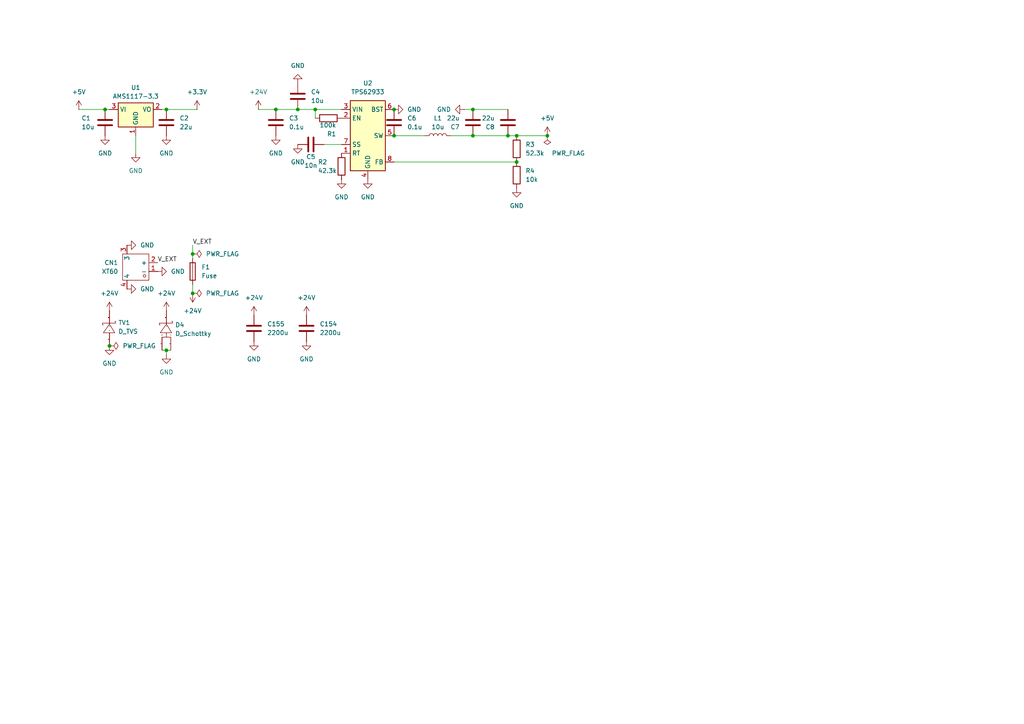
<source format=kicad_sch>
(kicad_sch (version 20250114) (generator "eeschema") (generator_version "9.0")
  (paper "A4")
  (lib_symbols
    (symbol "Device:C" (pin_numbers (hide yes)) (pin_names (offset 0.254))
      (property "Reference" "C" (at 0.635 2.54 0))
      (property "Value" "C" (at 0.635 -2.54 0))
      (symbol "C_0_1"
        (polyline (pts (xy -2.032 0.762) (xy 2.032 0.762)) (stroke (width 0.508)))
        (polyline (pts (xy -2.032 -0.762) (xy 2.032 -0.762)) (stroke (width 0.508)))
      )
      (symbol "C_1_1"
        (pin passive line (at 0 3.81 270) (length 2.794) (name "~") (number "1"))
        (pin passive line (at 0 -3.81 90) (length 2.794) (name "~") (number "2"))
      )
    )
    (symbol "Device:Fuse" (pin_numbers (hide yes)) (pin_names (offset 0))
      (property "Reference" "F" (at 2.032 0 90))
      (property "Value" "Fuse" (at -1.905 0 90))
      (symbol "Fuse_0_1"
        (rectangle (start -0.762 -2.54) (end 0.762 2.54) (stroke (width 0.254)))
        (polyline (pts (xy 0 2.54) (xy 0 -2.54)))
      )
      (symbol "Fuse_1_1"
        (pin passive line (at 0 3.81 270) (length 1.27) (name "~") (number "1"))
        (pin passive line (at 0 -3.81 90) (length 1.27) (name "~") (number "2"))
      )
    )
    (symbol "Device:L" (pin_numbers (hide yes)) (pin_names (offset 1.016) (hide yes))
      (property "Reference" "L" (at -1.27 0 90))
      (property "Value" "L" (at 1.905 0 90))
      (symbol "L_0_1"
        (arc (start 0 2.54) (mid 0.6323 1.905) (end 0 1.27))
        (arc (start 0 1.27) (mid 0.6323 0.635) (end 0 0))
        (arc (start 0 0) (mid 0.6323 -0.635) (end 0 -1.27))
        (arc (start 0 -1.27) (mid 0.6323 -1.905) (end 0 -2.54))
      )
      (symbol "L_1_1"
        (pin passive line (at 0 3.81 270) (length 1.27) (name "1") (number "1"))
        (pin passive line (at 0 -3.81 90) (length 1.27) (name "2") (number "2"))
      )
    )
    (symbol "Device:R" (pin_numbers (hide yes)) (pin_names (offset 0))
      (property "Reference" "R" (at 2.032 0 90))
      (property "Value" "R" (at 0 0 90))
      (symbol "R_0_1"
        (rectangle (start -1.016 -2.54) (end 1.016 2.54) (stroke (width 0.254)))
      )
      (symbol "R_1_1"
        (pin passive line (at 0 3.81 270) (length 1.27) (name "~") (number "1"))
        (pin passive line (at 0 -3.81 90) (length 1.27) (name "~") (number "2"))
      )
    )
    (symbol "Diode:SL1545"
      (property "Reference" "D" (at 0 0 0))
      (symbol "SL1545_1_0"
        (polyline (pts (xy -2.54 1.27) (xy -2.54 0) (xy -2.54 0) (xy -1.27 0)))
        (polyline (pts (xy -2.54 -1.27) (xy -2.54 0)))
        (polyline (pts (xy -1.27 -1.524) (xy 1.27 0) (xy 1.27 0) (xy -1.27 1.778) (xy -1.27 1.778) (xy -1.27 -1.524)))
        (polyline (pts (xy 2.032 -1.524) (xy 2.032 -1.778) (xy 2.032 -1.778) (xy 1.524 -1.778) (xy 1.524 -1.778) (xy 1.524 2.032) (xy 1.524 2.032) (xy 1.016 2.032) (xy 1.016 2.032) (xy 1.016 1.778)))
        (pin passive line (at -6.35 1.27 0) (length 3.81) (name "A") (number "1"))
        (pin passive line (at -6.35 -1.27 0) (length 3.81) (name "A") (number "3"))
        (pin passive line (at 5.08 0 180) (length 3.81) (name "K") (number "2"))
      )
    )
    (symbol "Diode:SMCJ28A"
      (property "Reference" "TV" (at 0 0 0))
      (symbol "SMCJ28A_1_0"
        (polyline (pts (xy -2.032 1.524) (xy -2.032 1.778) (xy -2.032 1.778) (xy -1.524 1.778) (xy -1.524 1.778) (xy -1.524 -2.032) (xy -1.524 -2.032) (xy -1.016 -2.032) (xy -1.016 -2.032) (xy -1.016 -1.778)))
        (polyline (pts (xy 1.27 1.524) (xy -1.27 0) (xy -1.27 0) (xy 1.27 -1.778) (xy 1.27 -1.778) (xy 1.27 1.524)))
        (pin input line (at -5.08 0 0) (length 3.81) (name "K") (number "2"))
        (pin input line (at 5.08 0 180) (length 3.81) (name "A") (number "1"))
      )
    )
    (symbol "Regulator_Linear:AMS1117-3.3"
      (property "Reference" "U" (at -3.81 3.175 0))
      (property "Value" "AMS1117-3.3" (at 0 3.175 0))
      (symbol "AMS1117-3.3_0_1"
        (rectangle (start -5.08 -5.08) (end 5.08 1.905) (stroke (width 0.254)) (fill (type background)))
      )
      (symbol "AMS1117-3.3_1_1"
        (pin power_in line (at -7.62 0 0) (length 2.54) (name "VI") (number "3"))
        (pin power_in line (at 0 -7.62 90) (length 2.54) (name "GND") (number "1"))
        (pin power_out line (at 7.62 0 180) (length 2.54) (name "VO") (number "2"))
      )
    )
    (symbol "Regulator_Switching:TPS62933"
      (property "Reference" "U" (at 0 13.97 0))
      (property "Value" "TPS62933" (at 0 11.43 0))
      (symbol "TPS62933_0_1"
        (rectangle (start -5.08 10.16) (end 5.08 -10.16) (stroke (width 0.254)) (fill (type background)))
      )
      (symbol "TPS62933_1_1"
        (pin power_in line (at -7.62 7.62 0) (length 2.54) (name "VIN") (number "3"))
        (pin input line (at -7.62 5.08 0) (length 2.54) (name "EN") (number "2"))
        (pin passive line (at -7.62 -2.54 0) (length 2.54) (name "SS") (number "7"))
        (pin passive line (at -7.62 -5.08 0) (length 2.54) (name "RT") (number "1"))
        (pin power_in line (at 0 -12.7 90) (length 2.54) (name "GND") (number "4"))
        (pin passive line (at 7.62 7.62 180) (length 2.54) (name "BST") (number "6"))
        (pin output line (at 7.62 0 180) (length 2.54) (name "SW") (number "5"))
        (pin input line (at 7.62 -7.62 180) (length 2.54) (name "FB") (number "8"))
      )
    )
    (symbol "XT60_Header:XT60PW-M"
      (property "Reference" "CN" (at 0 0 0))
      (symbol "XT60PW-M_1_0"
        (rectangle (start -2.54 -1.27) (end 5.08 6.35))
        (circle (center -1.27 5.08) (radius 0.381))
        (pin power_in line (at -5.08 3.81 0) (length 2.54) (name "-") (number "1"))
        (pin power_in line (at -5.08 1.27 0) (length 2.54) (name "+") (number "2"))
        (pin passive line (at 3.81 8.89 270) (length 2.54) (name "4") (number "4"))
        (pin passive line (at 3.81 -3.81 90) (length 2.54) (name "3") (number "3"))
      )
    )
    (symbol "power:+24V" (power) (pin_numbers (hide yes)) (pin_names (offset 0) (hide yes))
      (property "Value" "+24V" (at 0 3.556 0))
      (symbol "+24V_0_1"
        (polyline (pts (xy -0.762 1.27) (xy 0 2.54)))
        (polyline (pts (xy 0 2.54) (xy 0.762 1.27)))
        (polyline (pts (xy 0 0) (xy 0 2.54)))
      )
      (symbol "+24V_1_1"
        (pin power_in line (at 0 0 90) (length 0) (name "~") (number "1"))
      )
    )
    (symbol "power:+3.3V" (power) (pin_numbers (hide yes)) (pin_names (offset 0) (hide yes))
      (property "Value" "+3.3V" (at 0 3.556 0))
      (symbol "+3.3V_0_1"
        (polyline (pts (xy -0.762 1.27) (xy 0 2.54)))
        (polyline (pts (xy 0 2.54) (xy 0.762 1.27)))
        (polyline (pts (xy 0 0) (xy 0 2.54)))
      )
      (symbol "+3.3V_1_1"
        (pin power_in line (at 0 0 90) (length 0) (name "~") (number "1"))
      )
    )
    (symbol "power:+5V" (power) (pin_numbers (hide yes)) (pin_names (offset 0) (hide yes))
      (property "Value" "+5V" (at 0 3.556 0))
      (symbol "+5V_0_1"
        (polyline (pts (xy -0.762 1.27) (xy 0 2.54)))
        (polyline (pts (xy 0 2.54) (xy 0.762 1.27)))
        (polyline (pts (xy 0 0) (xy 0 2.54)))
      )
      (symbol "+5V_1_1"
        (pin power_in line (at 0 0 90) (length 0) (name "~") (number "1"))
      )
    )
    (symbol "power:GND" (power) (pin_numbers (hide yes)) (pin_names (offset 0) (hide yes))
      (property "Value" "GND" (at 0 -3.81 0))
      (symbol "GND_0_1"
        (polyline (pts (xy 0 0) (xy 0 -1.27) (xy 1.27 -1.27) (xy 0 -2.54) (xy -1.27 -1.27) (xy 0 -1.27)))
      )
      (symbol "GND_1_1"
        (pin power_in line (at 0 0 270) (length 0) (name "~") (number "1"))
      )
    )
    (symbol "power:PWR_FLAG" (power) (pin_numbers (hide yes)) (pin_names (offset 0) (hide yes))
      (property "Value" "PWR_FLAG" (at 0 3.81 0))
      (symbol "PWR_FLAG_0_0"
        (pin power_out line (at 0 0 90) (length 0) (name "~") (number "1"))
      )
      (symbol "PWR_FLAG_0_1"
        (polyline (pts (xy 0 0) (xy 0 1.27) (xy -1.016 1.905) (xy 0 2.54) (xy 1.016 1.905) (xy 0 1.27)))
      )
    )
  )
  (junction (at 30.48 31.75))
  (junction (at 48.26 31.75))
  (junction (at 149.86 39.37))
  (junction (at 55.88 85.09))
  (junction (at 147.32 39.37))
  (junction (at 80.01 31.75))
  (junction (at 55.88 73.66))
  (junction (at 91.44 31.75))
  (junction (at 158.75 39.37))
  (junction (at 114.3 39.37))
  (junction (at 31.75 100.33))
  (junction (at 149.86 46.99))
  (junction (at 137.16 31.75))
  (junction (at 137.16 39.37))
  (junction (at 48.26 101.6))
  (junction (at 86.36 31.75))
  (junction (at 114.3 31.75))
  (wire (pts (xy 46.99 101.6) (xy 48.26 101.6)))
  (wire (pts (xy 93.98 41.91) (xy 99.06 41.91)))
  (wire (pts (xy 130.81 39.37) (xy 137.16 39.37)))
  (wire (pts (xy 48.26 101.6) (xy 49.53 101.6)))
  (wire (pts (xy 137.16 31.75) (xy 147.32 31.75)))
  (wire (pts (xy 114.3 39.37) (xy 123.19 39.37)))
  (wire (pts (xy 30.48 31.75) (xy 31.75 31.75)))
  (wire (pts (xy 39.37 39.37) (xy 39.37 44.45)))
  (wire (pts (xy 134.62 31.75) (xy 137.16 31.75)))
  (wire (pts (xy 74.93 31.75) (xy 80.01 31.75)))
  (wire (pts (xy 147.32 39.37) (xy 149.86 39.37)))
  (wire (pts (xy 86.36 31.75) (xy 91.44 31.75)))
  (wire (pts (xy 91.44 31.75) (xy 91.44 34.29)))
  (wire (pts (xy 22.86 31.75) (xy 30.48 31.75)))
  (wire (pts (xy 48.26 31.75) (xy 57.15 31.75)))
  (wire (pts (xy 55.88 73.66) (xy 55.88 74.93)))
  (wire (pts (xy 80.01 31.75) (xy 86.36 31.75)))
  (wire (pts (xy 137.16 39.37) (xy 147.32 39.37)))
  (wire (pts (xy 114.3 46.99) (xy 149.86 46.99)))
  (wire (pts (xy 149.86 39.37) (xy 158.75 39.37)))
  (wire (pts (xy 55.88 71.12) (xy 55.88 73.66)))
  (wire (pts (xy 46.99 31.75) (xy 48.26 31.75)))
  (wire (pts (xy 55.88 82.55) (xy 55.88 85.09)))
  (wire (pts (xy 91.44 31.75) (xy 99.06 31.75)))
  (wire (pts (xy 48.26 101.6) (xy 48.26 102.87)))
  (label "V_EXT" (at 45.72 76.2 0))
  (label "V_EXT" (at 55.88 71.12 0))
  (symbol (lib_id "Device:C") (at 80.01 35.56 0) (unit 1)
    (property "Reference" "C3" (at 83.82 34.2899 0) (effects (justify left)))
    (property "Value" "0.1u" (at 83.82 36.8299 0) (effects (justify left)))
    (property "Footprint" "Capacitor_SMD:C_0603_1608Metric" (effects (hide yes)))
    (property "Description" "Unpolarized capacitor" (effects (hide yes)))
    (property "LCSC Part #" "C14633" (effects (hide yes)))
    (property "Voltage Rating" "50V" (effects (hide yes)))
  )
  (symbol (lib_id "Device:R") (at 99.06 48.26 0) (unit 1)
    (property "Reference" "R2" (at 92.202 46.99 0) (effects (justify left)))
    (property "Value" "42.3k" (at 92.202 49.53 0) (effects (justify left)))
    (property "Footprint" "Resistor_SMD:R_0603_1608Metric" (effects (hide yes)))
    (property "Description" "Resistor" (effects (hide yes)))
  )
  (symbol (lib_id "power:+24V") (at 48.26 90.17 0) (unit 1)
    (property "Reference" "#PWR07" (effects (hide yes)))
    (property "Value" "+24V" (at 48.26 85.09 0))
    (property "Description" "Power symbol creates a global label with name \"+24V\"" (effects (hide yes)))
  )
  (symbol (lib_id "power:GND") (at 86.36 41.91 0) (unit 1)
    (property "Reference" "#PWR015" (effects (hide yes)))
    (property "Value" "GND" (at 86.36 46.99 0))
    (property "Description" "Power symbol creates a global label with name \"GND\" , ground" (effects (hide yes)))
  )
  (symbol (lib_id "Device:C") (at 90.17 41.91 90) (unit 1)
    (property "Reference" "C5" (at 90.17 45.466 90))
    (property "Value" "10n" (at 90.17 48.006 90))
    (property "Footprint" "Capacitor_SMD:C_0603_1608Metric" (effects (hide yes)))
    (property "Description" "Unpolarized capacitor" (effects (hide yes)))
    (property "LCSC Part #" "C1589" (effects (hide yes)))
    (property "Voltage Rating" "50V" (effects (hide yes)))
  )
  (symbol (lib_id "Regulator_Linear:AMS1117-3.3") (at 39.37 31.75 0) (unit 1)
    (property "Reference" "U1" (at 39.37 25.4 0))
    (property "Value" "AMS1117-3.3" (at 39.37 27.94 0))
    (property "Footprint" "Package_TO_SOT_SMD:SOT-223-3_TabPin2" (effects (hide yes)))
    (property "Datasheet" "http://www.advanced-monolithic.com/pdf/ds1117.pdf" (effects (hide yes)))
    (property "Description" "1A Low Dropout regulator, positive, 3.3V fixed output, SOT-223" (effects (hide yes)))
    (property "LCSC Part #" "C6186" (effects (hide yes)))
  )
  (symbol (lib_id "power:GND") (at 48.26 39.37 0) (unit 1)
    (property "Reference" "#PWR010" (effects (hide yes)))
    (property "Value" "GND" (at 48.26 44.45 0))
    (property "Description" "Power symbol creates a global label with name \"GND\" , ground" (effects (hide yes)))
  )
  (symbol (lib_id "Device:R") (at 149.86 50.8 0) (unit 1)
    (property "Reference" "R4" (at 152.4 49.5299 0) (effects (justify left)))
    (property "Value" "10k" (at 152.4 52.0699 0) (effects (justify left)))
    (property "Footprint" "Resistor_SMD:R_0603_1608Metric" (effects (hide yes)))
    (property "Description" "Resistor" (effects (hide yes)))
  )
  (symbol (lib_id "power:GND") (at 39.37 44.45 0) (unit 1)
    (property "Reference" "#PWR06" (effects (hide yes)))
    (property "Value" "GND" (at 39.37 49.53 0))
    (property "Description" "Power symbol creates a global label with name \"GND\" , ground" (effects (hide yes)))
  )
  (symbol (lib_id "power:+3.3V") (at 57.15 31.75 0) (unit 1)
    (property "Reference" "#PWR011" (effects (hide yes)))
    (property "Value" "+3.3V" (at 57.15 26.67 0))
    (property "Description" "Power symbol creates a global label with name \"+3.3V\"" (effects (hide yes)))
  )
  (symbol (lib_id "power:GND") (at 36.83 83.82 90) (unit 1)
    (property "Reference" "#PWR0471" (effects (hide yes)))
    (property "Value" "GND" (at 40.64 83.8199 90) (effects (justify right)))
    (property "Description" "Power symbol creates a global label with name \"GND\" , ground" (effects (hide yes)))
  )
  (symbol (lib_id "power:PWR_FLAG") (at 158.75 39.37 180) (unit 1)
    (property "Reference" "#FLG02" (effects (hide yes)))
    (property "Value" "PWR_FLAG" (at 164.846 44.45 0))
    (property "Description" "Special symbol for telling ERC where power comes from" (effects (hide yes)))
  )
  (symbol (lib_id "Device:C") (at 137.16 35.56 180) (unit 1)
    (property "Reference" "C7" (at 133.35 36.8301 0) (effects (justify left)))
    (property "Value" "22u" (at 133.35 34.2901 0) (effects (justify left)))
    (property "Footprint" "Capacitor_SMD:C_1206_3216Metric" (effects (hide yes)))
    (property "Description" "Unpolarized capacitor" (effects (hide yes)))
    (property "LCSC Part #" "C12891" (effects (hide yes)))
    (property "Voltage Rating" "25V" (effects (hide yes)))
  )
  (symbol (lib_id "power:+5V") (at 158.75 39.37 0) (unit 1)
    (property "Reference" "#PWR021" (effects (hide yes)))
    (property "Value" "+5V" (at 158.75 34.29 0))
    (property "Description" "Power symbol creates a global label with name \"+5V\"" (effects (hide yes)))
  )
  (symbol (lib_id "Regulator_Switching:TPS62933") (at 106.68 39.37 0) (unit 1)
    (property "Reference" "U2" (at 106.68 24.13 0))
    (property "Value" "TPS62933" (at 106.68 26.67 0))
    (property "Footprint" "Package_TO_SOT_SMD:SOT-583-8" (effects (hide yes)))
    (property "Datasheet" "https://www.ti.com/lit/ds/symlink/tps62933.pdf" (effects (hide yes)))
    (property "Description" "3.8-30V, 3A Synchronous Buck Converters with pulse frequency modulation (PFM), SOT583-8" (effects (hide yes)))
    (property "LCSC Part #" "C5219272" (effects (hide yes)))
  )
  (symbol (lib_id "power:GND") (at 86.36 24.13 180) (unit 1)
    (property "Reference" "#PWR014" (effects (hide yes)))
    (property "Value" "GND" (at 86.36 19.05 0))
    (property "Description" "Power symbol creates a global label with name \"GND\" , ground" (effects (hide yes)))
  )
  (symbol (lib_id "Device:C") (at 147.32 35.56 180) (unit 1)
    (property "Reference" "C8" (at 143.51 36.8301 0) (effects (justify left)))
    (property "Value" "22u" (at 143.51 34.2901 0) (effects (justify left)))
    (property "Footprint" "Capacitor_SMD:C_1206_3216Metric" (effects (hide yes)))
    (property "Description" "Unpolarized capacitor" (effects (hide yes)))
    (property "LCSC Part #" "C12891" (effects (hide yes)))
    (property "Voltage Rating" "25V" (effects (hide yes)))
  )
  (symbol (lib_id "power:GND") (at 88.9 99.06 0) (unit 1)
    (property "Reference" "#PWR0231" (effects (hide yes)))
    (property "Value" "GND" (at 88.9 104.14 0))
    (property "Description" "Power symbol creates a global label with name \"GND\" , ground" (effects (hide yes)))
  )
  (symbol (lib_id "Device:C") (at 30.48 35.56 180) (unit 1)
    (property "Reference" "C1" (at 23.622 34.29 0) (effects (justify right)))
    (property "Value" "10u" (at 23.622 36.83 0) (effects (justify right)))
    (property "Footprint" "Capacitor_Tantalum_SMD:CP_EIA-3216-18_Kemet-A" (effects (hide yes)))
    (property "Description" "Unpolarized capacitor" (effects (hide yes)))
    (property "LCSC Part #" "C7171" (effects (hide yes)))
    (property "Voltage Rating" "16V" (effects (hide yes)))
  )
  (symbol (lib_id "power:PWR_FLAG") (at 31.75 100.33 270) (unit 1)
    (property "Reference" "#FLG019" (effects (hide yes)))
    (property "Value" "PWR_FLAG" (at 35.56 100.3299 90) (effects (justify left)))
    (property "Description" "Special symbol for telling ERC where power comes from" (effects (hide yes)))
  )
  (symbol (lib_id "power:GND") (at 36.83 71.12 90) (unit 1)
    (property "Reference" "#PWR0470" (effects (hide yes)))
    (property "Value" "GND" (at 40.64 71.1199 90) (effects (justify right)))
    (property "Description" "Power symbol creates a global label with name \"GND\" , ground" (effects (hide yes)))
  )
  (symbol (lib_id "power:GND") (at 134.62 31.75 270) (unit 1)
    (property "Reference" "#PWR019" (effects (hide yes)))
    (property "Value" "GND" (at 130.81 31.7499 90) (effects (justify right)))
    (property "Description" "Power symbol creates a global label with name \"GND\" , ground" (effects (hide yes)))
  )
  (symbol (lib_id "XT60_Header:XT60PW-M") (at 40.64 74.93 180) (unit 1)
    (property "Reference" "CN1" (at 34.29 76.1999 0) (effects (justify left)))
    (property "Value" "XT60" (at 34.29 78.7399 0) (effects (justify left)))
    (property "Footprint" "XT60-PW-M:CONN-TH_XT60PW-M" (effects (hide yes)))
    (property "Datasheet" "https://item.szlcsc.com/datasheet/XT60PW-M/99942.html" (effects (hide yes)))
    (property "Description" "Power:- Output:- Input:- Size:- Interface:- Type:- Colour:Yellow MaximumCurrent:- Type:Horizontal plug RatedVoltage:- Type1:- NumberOfUSBHoles:- InterfaceType:Male MetalMaterial:- InsulationMaterial:- RatedCurrent:- RecommendedWireGauge:- FlameRetardantGr" (effects (hide yes)))
    (property "Manufacturer Part" "XT60PW-M" (effects (hide yes)))
    (property "Manufacturer" "AMASS(艾迈斯)" (effects (hide yes)))
    (property "Supplier Part" "C98732" (effects (hide yes)))
    (property "Supplier" "LCSC" (effects (hide yes)))
    (property "LCSC Part Name" "AMASS(艾迈斯)航模插头xt60连接器150公母对接pw锂电池公头 板插卧式XT60PW-M" (effects (hide yes)))
  )
  (symbol (lib_id "Device:R") (at 149.86 43.18 0) (unit 1)
    (property "Reference" "R3" (at 152.4 41.9099 0) (effects (justify left)))
    (property "Value" "52.3k" (at 152.4 44.4499 0) (effects (justify left)))
    (property "Footprint" "Resistor_SMD:R_0603_1608Metric" (effects (hide yes)))
    (property "Description" "Resistor" (effects (hide yes)))
  )
  (symbol (lib_id "Device:C") (at 88.9 95.25 0) (unit 1)
    (property "Reference" "C154" (at 92.71 93.9799 0) (effects (justify left)))
    (property "Value" "2200u" (at 92.71 96.5199 0) (effects (justify left)))
    (property "Footprint" "Capacitor_SMD:CAP-SMD_BD18.0-L19.0-W19.0-FD_EEEFK1E472SV" (effects (hide yes)))
    (property "Description" "Unpolarized capacitor" (effects (hide yes)))
    (property "LCSC Part #" "C401728" (effects (hide yes)))
  )
  (symbol (lib_id "power:+24V") (at 73.66 91.44 0) (unit 1)
    (property "Reference" "#PWR0233" (effects (hide yes)))
    (property "Value" "+24V" (at 73.66 86.36 0))
    (property "Description" "Power symbol creates a global label with name \"+24V\"" (effects (hide yes)))
  )
  (symbol (lib_id "power:GND") (at 73.66 99.06 0) (unit 1)
    (property "Reference" "#PWR0232" (effects (hide yes)))
    (property "Value" "GND" (at 73.66 104.14 0))
    (property "Description" "Power symbol creates a global label with name \"GND\" , ground" (effects (hide yes)))
  )
  (symbol (lib_id "power:+24V") (at 74.93 31.75 0) (unit 1)
    (property "Reference" "#PWR012" (effects (hide yes)))
    (property "Value" "+24V" (at 74.93 26.67 0))
    (property "Description" "Power symbol creates a global label with name \"+24V\"" (effects (hide yes)))
  )
  (symbol (lib_id "power:GND") (at 45.72 78.74 90) (unit 1)
    (property "Reference" "#PWR05" (effects (hide yes)))
    (property "Value" "GND" (at 49.53 78.7399 90) (effects (justify right)))
    (property "Description" "Power symbol creates a global label with name \"GND\" , ground" (effects (hide yes)))
  )
  (symbol (lib_id "Diode:SL1545") (at 48.26 95.25 90) (unit 1)
    (property "Reference" "D4" (at 50.8 94.2339 90) (effects (justify right)))
    (property "Value" "D_Schottky" (at 50.8 96.7739 90) (effects (justify right)))
    (property "Footprint" "Diode_SMD:TO-277_3P-L5.4-W4.0-LS6.5-BR" (effects (hide yes)))
    (property "Datasheet" "https://item.szlcsc.com/datasheet/SL1545/66092.html" (effects (hide yes)))
    (property "Description" "Voltage - Forward(Vf@If):480mV@15A Voltage - DC Reverse(Vr):45V Current - Rectified:15A Reverse Leakage Current (Ir):100uA@45V Operating Junction Temperature Range:-55°C~+150°C Operating Junction Temperature Range:-55°C~+150°C Non-Repetitive Peak Forward Surg" (effects (hide yes)))
    (property "Manufacturer Part" "SL1545" (effects (hide yes)))
    (property "Manufacturer" "MDD(辰达半导体)" (effects (hide yes)))
    (property "Supplier Part" "C65022" (effects (hide yes)))
    (property "Supplier" "LCSC" (effects (hide yes)))
    (property "LCSC Part Name" "电压:45V 电流:15A" (effects (hide yes)))
  )
  (symbol (lib_id "power:PWR_FLAG") (at 55.88 85.09 270) (unit 1)
    (property "Reference" "#FLG01" (effects (hide yes)))
    (property "Value" "PWR_FLAG" (at 59.69 85.0899 90) (effects (justify left)))
    (property "Description" "Special symbol for telling ERC where power comes from" (effects (hide yes)))
  )
  (symbol (lib_id "power:+24V") (at 31.75 90.17 0) (unit 1)
    (property "Reference" "#PWR02" (effects (hide yes)))
    (property "Value" "+24V" (at 31.75 85.09 0))
    (property "Description" "Power symbol creates a global label with name \"+24V\"" (effects (hide yes)))
  )
  (symbol (lib_id "power:GND") (at 99.06 52.07 0) (unit 1)
    (property "Reference" "#PWR016" (effects (hide yes)))
    (property "Value" "GND" (at 99.06 57.15 0))
    (property "Description" "Power symbol creates a global label with name \"GND\" , ground" (effects (hide yes)))
  )
  (symbol (lib_id "power:GND") (at 114.3 31.75 90) (unit 1)
    (property "Reference" "#PWR018" (effects (hide yes)))
    (property "Value" "GND" (at 118.11 31.7499 90) (effects (justify right)))
    (property "Description" "Power symbol creates a global label with name \"GND\" , ground" (effects (hide yes)))
  )
  (symbol (lib_id "Device:C") (at 86.36 27.94 0) (unit 1)
    (property "Reference" "C4" (at 90.17 26.6699 0) (effects (justify left)))
    (property "Value" "10u" (at 90.17 29.2099 0) (effects (justify left)))
    (property "Footprint" "Capacitor_SMD:C_1210_3225Metric" (effects (hide yes)))
    (property "Description" "Unpolarized capacitor" (effects (hide yes)))
    (property "LCSC Part #" "C116808" (effects (hide yes)))
    (property "Voltage Rating" "50V" (effects (hide yes)))
  )
  (symbol (lib_id "Device:C") (at 114.3 35.56 0) (unit 1)
    (property "Reference" "C6" (at 118.11 34.2899 0) (effects (justify left)))
    (property "Value" "0.1u" (at 118.11 36.8299 0) (effects (justify left)))
    (property "Footprint" "Capacitor_SMD:C_0603_1608Metric" (effects (hide yes)))
    (property "Description" "Unpolarized capacitor" (effects (hide yes)))
    (property "LCSC Part #" "C14633" (effects (hide yes)))
    (property "Voltage Rating" "50V" (effects (hide yes)))
  )
  (symbol (lib_id "power:GND") (at 106.68 52.07 0) (unit 1)
    (property "Reference" "#PWR017" (effects (hide yes)))
    (property "Value" "GND" (at 106.68 57.15 0))
    (property "Description" "Power symbol creates a global label with name \"GND\" , ground" (effects (hide yes)))
  )
  (symbol (lib_id "power:PWR_FLAG") (at 55.88 73.66 270) (unit 1)
    (property "Reference" "#FLG020" (effects (hide yes)))
    (property "Value" "PWR_FLAG" (at 59.69 73.6599 90) (effects (justify left)))
    (property "Description" "Special symbol for telling ERC where power comes from" (effects (hide yes)))
  )
  (symbol (lib_id "Device:L") (at 127 39.37 90) (unit 1)
    (property "Reference" "L1" (at 127 34.29 90))
    (property "Value" "10u" (at 127 36.83 90))
    (property "Footprint" "Inductor_SMD:IND-SMD_L10.4-W10.3" (effects (hide yes)))
    (property "Description" "Inductor" (effects (hide yes)))
    (property "LCSC Part #" "C9935" (effects (hide yes)))
    (property "Saturation Current" "5.6A" (effects (hide yes)))
  )
  (symbol (lib_id "power:GND") (at 31.75 100.33 0) (unit 1)
    (property "Reference" "#PWR03" (effects (hide yes)))
    (property "Value" "GND" (at 31.75 105.41 0))
    (property "Description" "Power symbol creates a global label with name \"GND\" , ground" (effects (hide yes)))
  )
  (symbol (lib_id "power:+5V") (at 22.86 31.75 0) (unit 1)
    (property "Reference" "#PWR01" (effects (hide yes)))
    (property "Value" "+5V" (at 22.86 26.67 0))
    (property "Description" "Power symbol creates a global label with name \"+5V\"" (effects (hide yes)))
  )
  (symbol (lib_id "power:GND") (at 149.86 54.61 0) (unit 1)
    (property "Reference" "#PWR020" (effects (hide yes)))
    (property "Value" "GND" (at 149.86 59.69 0))
    (property "Description" "Power symbol creates a global label with name \"GND\" , ground" (effects (hide yes)))
  )
  (symbol (lib_id "Diode:SMCJ28A") (at 31.75 95.25 270) (unit 1)
    (property "Reference" "TV1" (at 34.29 93.5989 90) (effects (justify left)))
    (property "Value" "D_TVS" (at 34.29 96.1389 90) (effects (justify left)))
    (property "Footprint" "Diode_SMD:Diode_SMC_L7.1-W6.2-LS8.1-R-RD" (effects (hide yes)))
    (property "Datasheet" "https://item.szlcsc.com/datasheet/SMCJ28A/10792.html" (effects (hide yes)))
    (property "Description" "Polarity:Unidirectional Reverse Stand-Off Voltage (Vrwm):28V Clamping Voltage:45.4V Peak Pulse Current (Ipp):33.1A@10/1000us Peak Pulse Power Dissipation (Ppp):1.5kW@10/1000us Voltage - Breakdown:35.8V Reverse Leakage Current (Ir):5uA Type:TVS" (effects (hide yes)))
    (property "Manufacturer Part" "SMCJ28A" (effects (hide yes)))
    (property "Manufacturer" "RUILON(瑞隆源)" (effects (hide yes)))
    (property "Supplier Part" "C10250" (effects (hide yes)))
    (property "Supplier" "LCSC" (effects (hide yes)))
    (property "LCSC Part Name" "单向TVS 28V截止 峰值浪涌电流：33.1A@10/1000us" (effects (hide yes)))
  )
  (symbol (lib_id "power:+24V") (at 88.9 91.44 0) (unit 1)
    (property "Reference" "#PWR0234" (effects (hide yes)))
    (property "Value" "+24V" (at 88.9 86.36 0))
    (property "Description" "Power symbol creates a global label with name \"+24V\"" (effects (hide yes)))
  )
  (symbol (lib_id "power:GND") (at 48.26 102.87 0) (unit 1)
    (property "Reference" "#PWR08" (effects (hide yes)))
    (property "Value" "GND" (at 48.26 107.95 0))
    (property "Description" "Power symbol creates a global label with name \"GND\" , ground" (effects (hide yes)))
  )
  (symbol (lib_id "Device:C") (at 48.26 35.56 180) (unit 1)
    (property "Reference" "C2" (at 52.07 34.2899 0) (effects (justify right)))
    (property "Value" "22u" (at 52.07 36.8299 0) (effects (justify right)))
    (property "Footprint" "Capacitor_Tantalum_SMD:CP_EIA-3216-18_Kemet-A" (effects (hide yes)))
    (property "Description" "Unpolarized capacitor" (effects (hide yes)))
    (property "LCSC Part #" "C7183" (effects (hide yes)))
    (property "Voltage Rating" "6.6V" (effects (hide yes)))
  )
  (symbol (lib_id "Device:C") (at 73.66 95.25 0) (unit 1)
    (property "Reference" "C155" (at 77.47 93.9799 0) (effects (justify left)))
    (property "Value" "2200u" (at 77.47 96.5199 0) (effects (justify left)))
    (property "Footprint" "Capacitor_SMD:CAP-SMD_BD18.0-L19.0-W19.0-FD_EEEFK1E472SV" (effects (hide yes)))
    (property "Description" "Unpolarized capacitor" (effects (hide yes)))
    (property "LCSC Part #" "C401728" (effects (hide yes)))
  )
  (symbol (lib_id "power:GND") (at 80.01 39.37 0) (unit 1)
    (property "Reference" "#PWR013" (effects (hide yes)))
    (property "Value" "GND" (at 80.01 44.45 0))
    (property "Description" "Power symbol creates a global label with name \"GND\" , ground" (effects (hide yes)))
  )
  (symbol (lib_id "Device:Fuse") (at 55.88 78.74 0) (unit 1)
    (property "Reference" "F1" (at 58.42 77.4699 0) (effects (justify left)))
    (property "Value" "Fuse" (at 58.42 80.0099 0) (effects (justify left)))
    (property "Footprint" "Fuse:F1206_32V_12A" (effects (hide yes)))
    (property "Description" "Fuse" (effects (hide yes)))
    (property "LCSC Part #" "C126815" (effects (hide yes)))
  )
  (symbol (lib_id "power:GND") (at 30.48 39.37 0) (unit 1)
    (property "Reference" "#PWR04" (effects (hide yes)))
    (property "Value" "GND" (at 30.48 44.45 0))
    (property "Description" "Power symbol creates a global label with name \"GND\" , ground" (effects (hide yes)))
  )
  (symbol (lib_id "power:+24V") (at 55.88 85.09 180) (unit 1)
    (property "Reference" "#PWR09" (effects (hide yes)))
    (property "Value" "+24V" (at 55.88 90.17 0))
    (property "Description" "Power symbol creates a global label with name \"+24V\"" (effects (hide yes)))
  )
  (symbol (lib_id "Device:R") (at 95.25 34.29 90) (unit 1)
    (property "Reference" "R1" (at 97.536 38.862 90) (effects (justify left)))
    (property "Value" "100k" (at 97.536 36.322 90) (effects (justify left)))
    (property "Footprint" "Resistor_SMD:R_0603_1608Metric" (effects (hide yes)))
    (property "Description" "Resistor" (effects (hide yes)))
  )
)
</source>
